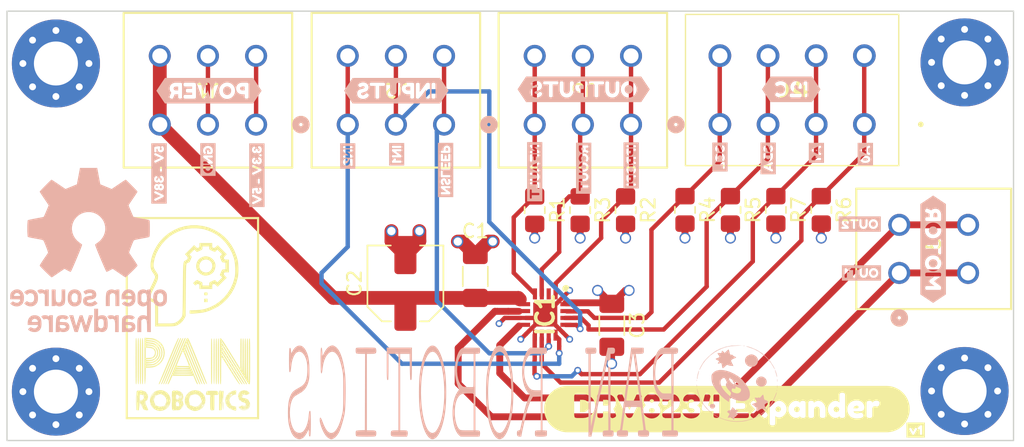
<source format=kicad_pcb>
(kicad_pcb (version 20221018) (generator pcbnew)
  (layers (0 "F.Cu" signal) (1 "In1.Cu" power "GND.Cu") (2 "In2.Cu" power "5V.Cu") (31 "B.Cu" signal) (34 "B.Paste" user) (35 "F.Paste" user) (36 "B.SilkS" user "B.Silkscreen") (37 "F.SilkS" user "F.Silkscreen") (38 "B.Mask" user) (39 "F.Mask" user) (44 "Edge.Cuts" user))
  (net 0 "")
  (net 1 "VCC")
  (net 2 "GND")
  (net 3 "+5V")
  (net 4 "IPROPI")
  (net 6 "RC_OUT")
  (net 7 "NFAULT")
  (net 8 "OUT1")
  (net 9 "OUT2")
  (net 10 "A1")
  (net 11 "A0")
  (net 12 "NSLEEP")
  (net 13 "IN2")
  (net 14 "IN1")
  (net 15 "SDA")
  (net 16 "SCL")
  (footprint "Resistor_SMD:R_0805_2012Metric_Pad1.20x1.40mm_HandSolder" (layer "F.Cu") (at 129.286 90.932 -90)
    (fp_text reference "R1" (at 0 -1.65 -90) (layer "F.SilkS"))
    (fp_text value "10K")
    (pad "1" smd roundrect (at -1 0 270) (size 1.2 1.4) (layers "F.Cu" "F.Paste" "F.Mask") (roundrect_rratio 0.208333) (net 7 "NFAULT"))
    (pad "2" smd roundrect (at 1 0 270) (size 1.2 1.4) (layers "F.Cu" "F.Paste" "F.Mask") (roundrect_rratio 0.208333) (net 3 "+5V"))
  )
  (footprint "1862055 Footprint:CONN_1862055" (layer "F.Cu") (at 129.286 79.709 180)
    (fp_text reference "J3" (at -3.500001 -2.5 180 unlocked) (layer "F.SilkS"))
    (fp_text value "CNTRL_OUT")
    (pad "1" thru_hole circle (at -7.000001 -5 180) (size 1.6002 1.6002) (drill 1.0922) (layers "*.Cu" "*.Mask") (net 4 "IPROPI"))
    (pad "2" thru_hole circle (at -7.000001 0 180) (size 1.6002 1.6002) (drill 1.0922) (layers "*.Cu" "*.Mask") (net 4 "IPROPI"))
    (pad "3" thru_hole circle (at -3.500001 -5 180) (size 1.6002 1.6002) (drill 1.0922) (layers "*.Cu" "*.Mask") (net 6 "RC_OUT"))
    (pad "4" thru_hole circle (at -3.500001 0 180) (size 1.6002 1.6002) (drill 1.0922) (layers "*.Cu" "*.Mask") (net 6 "RC_OUT"))
    (pad "5" thru_hole circle (at 0 -5 180) (size 1.6002 1.6002) (drill 1.0922) (layers "*.Cu" "*.Mask") (net 7 "NFAULT"))
    (pad "6" thru_hole circle (at 0 0 180) (size 1.6002 1.6002) (drill 1.0922) (layers "*.Cu" "*.Mask") (net 7 "NFAULT"))
  )
  (footprint "1862042 Footprint:CONN_1862042" (layer "F.Cu") (at 160.782 92.003998 90)
    (fp_text reference "J5" (at -1.75 -2.5 90 unlocked) (layer "F.SilkS"))
    (fp_text value "MOTOR")
    (pad "1" thru_hole circle (at -3.500002 -5 90) (size 1.6002 1.6002) (drill 1.0922) (layers "*.Cu" "*.Mask") (net 8 "OUT1"))
    (pad "2" thru_hole circle (at -3.500002 0 90) (size 1.6002 1.6002) (drill 1.0922) (layers "*.Cu" "*.Mask") (net 8 "OUT1"))
    (pad "3" thru_hole circle (at 0.000001 -5 90) (size 1.6002 1.6002) (drill 1.0922) (layers "*.Cu" "*.Mask") (net 9 "OUT2"))
    (pad "4" thru_hole circle (at 0.000001 0 90) (size 1.6002 1.6002) (drill 1.0922) (layers "*.Cu" "*.Mask") (net 9 "OUT2"))
  )
  (footprint "Resistor_SMD:R_0805_2012Metric_Pad1.20x1.40mm_HandSolder" (layer "F.Cu") (at 150.114 90.916 -90)
    (fp_text reference "R6" (at 0 -1.65 90) (layer "F.SilkS"))
    (fp_text value "2.2K")
    (pad "1" smd roundrect (at -1 0 270) (size 1.2 1.4) (layers "F.Cu" "F.Paste" "F.Mask") (roundrect_rratio 0.208333) (net 11 "A0"))
    (pad "2" smd roundrect (at 1 0 270) (size 1.2 1.4) (layers "F.Cu" "F.Paste" "F.Mask") (roundrect_rratio 0.208333) (net 3 "+5V"))
  )
  (footprint "Capacitor_SMD:C_Elec_5x5.8" (layer "F.Cu") (at 119.888 96.266 90)
    (fp_text reference "C2" (at 0 -3.7 90) (layer "F.SilkS"))
    (fp_text value "50uF")
    (pad "1" smd roundrect (at -2.0625 0 90) (size 2.775 1.6) (layers "F.Cu" "F.Paste" "F.Mask") (roundrect_rratio 0.15625) (net 1 "VCC"))
    (pad "2" smd roundrect (at 2.0625 0 90) (size 2.775 1.6) (layers "F.Cu" "F.Paste" "F.Mask") (roundrect_rratio 0.15625) (net 2 "GND"))
  )
  (footprint "kibuzzard-65A7039D" (layer "F.Cu") (at 156.972 106.934)
    (fp_text reference "kibuzzard-65A7039D" hide)
    (fp_text value "G***" hide)
  )
  (footprint "Resistor_SMD:R_0805_2012Metric_Pad1.20x1.40mm_HandSolder" (layer "F.Cu") (at 135.89 90.932 -90)
    (fp_text reference "R2" (at 0 -1.65 -90) (layer "F.SilkS"))
    (fp_text value "8.45K")
    (pad "1" smd roundrect (at -1 0 270) (size 1.2 1.4) (layers "F.Cu" "F.Paste" "F.Mask") (roundrect_rratio 0.208333) (net 4 "IPROPI"))
    (pad "2" smd roundrect (at 1 0 270) (size 1.2 1.4) (layers "F.Cu" "F.Paste" "F.Mask") (roundrect_rratio 0.208333) (net 2 "GND"))
  )
  (footprint "1862055 Footprint:CONN_1862055" (layer "F.Cu") (at 115.697 79.709 180)
    (fp_text reference "J2" (at -3.500001 -2.5 180 unlocked) (layer "F.SilkS"))
    (fp_text value "CNTRL_IN")
    (pad "1" thru_hole circle (at -7.000001 -5 180) (size 1.6002 1.6002) (drill 1.0922) (layers "*.Cu" "*.Mask") (net 12 "NSLEEP"))
    (pad "2" thru_hole circle (at -7.000001 0 180) (size 1.6002 1.6002) (drill 1.0922) (layers "*.Cu" "*.Mask") (net 12 "NSLEEP"))
    (pad "3" thru_hole circle (at -3.500001 -5 180) (size 1.6002 1.6002) (drill 1.0922) (layers "*.Cu" "*.Mask") (net 14 "IN1"))
    (pad "4" thru_hole circle (at -3.500001 0 180) (size 1.6002 1.6002) (drill 1.0922) (layers "*.Cu" "*.Mask") (net 14 "IN1"))
    (pad "5" thru_hole circle (at 0 -5 180) (size 1.6002 1.6002) (drill 1.0922) (layers "*.Cu" "*.Mask") (net 13 "IN2"))
    (pad "6" thru_hole circle (at 0 0 180) (size 1.6002 1.6002) (drill 1.0922) (layers "*.Cu" "*.Mask") (net 13 "IN2"))
  )
  (footprint "kibuzzard-65A7036D" (layer "F.Cu") (at 143.256 105.41)
    (fp_text reference "kibuzzard-65A7036D" hide)
    (fp_text value "G***" hide)
  )
  (footprint "1862055 Footprint:CONN_1862055" (layer "F.Cu") (at 102.036999 79.709 180)
    (fp_text reference "J1" (at -3.500001 -2.5 180 unlocked) (layer "F.SilkS"))
    (fp_text value "POWER")
    (pad "1" thru_hole circle (at -7.000001 -5 180) (size 1.6002 1.6002) (drill 1.0922) (layers "*.Cu" "*.Mask") (net 3 "+5V"))
    (pad "2" thru_hole circle (at -7.000001 0 180) (size 1.6002 1.6002) (drill 1.0922) (layers "*.Cu" "*.Mask") (net 3 "+5V"))
    (pad "3" thru_hole circle (at -3.500001 -5 180) (size 1.6002 1.6002) (drill 1.0922) (layers "*.Cu" "*.Mask") (net 2 "GND"))
    (pad "4" thru_hole circle (at -3.500001 0 180) (size 1.6002 1.6002) (drill 1.0922) (layers "*.Cu" "*.Mask") (net 2 "GND"))
    (pad "5" thru_hole circle (at 0 -5 180) (size 1.6002 1.6002) (drill 1.0922) (layers "*.Cu" "*.Mask") (net 1 "VCC"))
    (pad "6" thru_hole circle (at 0 0 180) (size 1.6002 1.6002) (drill 1.0922) (layers "*.Cu" "*.Mask") (net 1 "VCC"))
  )
  (footprint "MountingHole:MountingHole_3.2mm_M3_Pad_Via" (layer "F.Cu") (at 160.528 80.183056)
    (fp_text reference "H2" hide)
    (fp_text value "MountingHole")
    (pad "1" thru_hole circle (at -2.4 0) (size 0.8 0.8) (drill 0.5) (layers "*.Cu" "*.Mask"))
    (pad "1" thru_hole circle (at -1.697056 -1.697056) (size 0.8 0.8) (drill 0.5) (layers "*.Cu" "*.Mask"))
    (pad "1" thru_hole circle (at -1.697056 1.697056) (size 0.8 0.8) (drill 0.5) (layers "*.Cu" "*.Mask"))
    (pad "1" thru_hole circle (at 0 -2.4) (size 0.8 0.8) (drill 0.5) (layers "*.Cu" "*.Mask"))
    (pad "1" thru_hole circle (at 0 0) (size 6.4 6.4) (drill 3.2) (layers "*.Cu" "*.Mask"))
    (pad "1" thru_hole circle (at 0 2.4) (size 0.8 0.8) (drill 0.5) (layers "*.Cu" "*.Mask"))
    (pad "1" thru_hole circle (at 1.697056 -1.697056) (size 0.8 0.8) (drill 0.5) (layers "*.Cu" "*.Mask"))
    (pad "1" thru_hole circle (at 1.697056 1.697056) (size 0.8 0.8) (drill 0.5) (layers "*.Cu" "*.Mask"))
    (pad "1" thru_hole circle (at 2.4 0) (size 0.8 0.8) (drill 0.5) (layers "*.Cu" "*.Mask"))
  )
  (footprint "DRV8234 Footprint:QFN50P300X300X80-17N-D" (layer "F.Cu") (at 130.052 98.528 -90)
    (fp_text reference "IC1" (at 0 0 90) (layer "F.SilkS") (effects (font (size 1.27 1.27) (thickness 0.254))))
    (fp_text value "DRV8234RTER" hide)
    (pad "1" smd rect (at -1.5 -0.75) (size 0.3 0.8) (layers "F.Cu" "F.Paste" "F.Mask") (net 4 "IPROPI"))
    (pad "2" smd rect (at -1.5 -0.25) (size 0.3 0.8) (layers "F.Cu" "F.Paste" "F.Mask"))
    (pad "3" smd rect (at -1.5 0.25) (size 0.3 0.8) (layers "F.Cu" "F.Paste" "F.Mask") (net 6 "RC_OUT"))
    (pad "4" smd rect (at -1.5 0.75) (size 0.3 0.8) (layers "F.Cu" "F.Paste" "F.Mask") (net 7 "NFAULT"))
    (pad "5" smd rect (at -0.75 1.5 270) (size 0.3 0.8) (layers "F.Cu" "F.Paste" "F.Mask") (net 1 "VCC"))
    (pad "6" smd rect (at -0.25 1.5 270) (size 0.3 0.8) (layers "F.Cu" "F.Paste" "F.Mask") (net 8 "OUT1"))
    (pad "7" smd rect (at 0.25 1.5 270) (size 0.3 0.8) (layers "F.Cu" "F.Paste" "F.Mask") (net 2 "GND"))
    (pad "8" smd rect (at 0.75 1.5 270) (size 0.3 0.8) (layers "F.Cu" "F.Paste" "F.Mask") (net 9 "OUT2"))
    (pad "9" smd rect (at 1.5 0.75) (size 0.3 0.8) (layers "F.Cu" "F.Paste" "F.Mask") (net 10 "A1"))
    (pad "10" smd rect (at 1.5 0.25) (size 0.3 0.8) (layers "F.Cu" "F.Paste" "F.Mask") (net 11 "A0"))
    (pad "11" smd rect (at 1.5 -0.25) (size 0.3 0.8) (layers "F.Cu" "F.Paste" "F.Mask") (net 12 "NSLEEP"))
    (pad "12" smd rect (at 1.5 -0.75) (size 0.3 0.8) (layers "F.Cu" "F.Paste" "F.Mask") (net 13 "IN2"))
    (pad "13" smd rect (at 0.75 -1.5 270) (size 0.3 0.8) (layers "F.Cu" "F.Paste" "F.Mask") (net 14 "IN1"))
    (pad "14" smd rect (at 0.25 -1.5 270) (size 0.3 0.8) (layers "F.Cu" "F.Paste" "F.Mask") (net 15 "SDA"))
    (pad "15" smd rect (at -0.25 -1.5 270) (size 0.3 0.8) (layers "F.Cu" "F.Paste" "F.Mask") (net 16 "SCL"))
    (pad "16" smd rect (at -0.75 -1.5 270) (size 0.3 0.8) (layers "F.Cu" "F.Paste" "F.Mask") (net 3 "+5V"))
    (pad "17" smd rect (at 0 0 270) (size 1.75 1.75) (layers "F.Cu" "F.Paste" "F.Mask") (net 2 "GND"))
  )
  (footprint "MountingHole:MountingHole_3.2mm_M3_Pad_Via" (layer "F.Cu") (at 94.488 104.14)
    (fp_text reference "H3" hide)
    (fp_text value "MountingHole")
    (pad "1" thru_hole circle (at -2.4 0) (size 0.8 0.8) (drill 0.5) (layers "*.Cu" "*.Mask"))
    (pad "1" thru_hole circle (at -1.697056 -1.697056) (size 0.8 0.8) (drill 0.5) (layers "*.Cu" "*.Mask"))
    (pad "1" thru_hole circle (at -1.697056 1.697056) (size 0.8 0.8) (drill 0.5) (layers "*.Cu" "*.Mask"))
    (pad "1" thru_hole circle (at 0 -2.4) (size 0.8 0.8) (drill 0.5) (layers "*.Cu" "*.Mask"))
    (pad "1" thru_hole circle (at 0 0) (size 6.4 6.4) (drill 3.2) (layers "*.Cu" "*.Mask"))
    (pad "1" thru_hole circle (at 0 2.4) (size 0.8 0.8) (drill 0.5) (layers "*.Cu" "*.Mask"))
    (pad "1" thru_hole circle (at 1.697056 -1.697056) (size 0.8 0.8) (drill 0.5) (layers "*.Cu" "*.Mask"))
    (pad "1" thru_hole circle (at 1.697056 1.697056) (size 0.8 0.8) (drill 0.5) (layers "*.Cu" "*.Mask"))
    (pad "1" thru_hole circle (at 2.4 0) (size 0.8 0.8) (drill 0.5) (layers "*.Cu" "*.Mask"))
  )
  (footprint "Resistor_SMD:R_0805_2012Metric_Pad1.20x1.40mm_HandSolder" (layer "F.Cu") (at 140.208 90.916 -90)
    (fp_text reference "R4" (at 0 -1.65 90) (layer "F.SilkS"))
    (fp_text value "2.2K")
    (pad "1" smd roundrect (at -1 0 270) (size 1.2 1.4) (layers "F.Cu" "F.Paste" "F.Mask") (roundrect_rratio 0.208333) (net 16 "SCL"))
    (pad "2" smd roundrect (at 1 0 270) (size 1.2 1.4) (layers "F.Cu" "F.Paste" "F.Mask") (roundrect_rratio 0.208333) (net 3 "+5V"))
  )
  (footprint "Resistor_SMD:R_0805_2012Metric_Pad1.20x1.40mm_HandSolder" (layer "F.Cu") (at 143.51 90.916 -90)
    (fp_text reference "R5" (at 0 -1.65 90) (layer "F.SilkS"))
    (fp_text value "2.2K")
    (pad "1" smd roundrect (at -1 0 270) (size 1.2 1.4) (layers "F.Cu" "F.Paste" "F.Mask") (roundrect_rratio 0.208333) (net 15 "SDA"))
    (pad "2" smd roundrect (at 1 0 270) (size 1.2 1.4) (layers "F.Cu" "F.Paste" "F.Mask") (roundrect_rratio 0.208333) (net 3 "+5V"))
  )
  (footprint "Resistor_SMD:R_0805_2012Metric_Pad1.20x1.40mm_HandSolder" (layer "F.Cu") (at 146.812 90.916 -90)
    (fp_text reference "R7" (at 0 -1.65 90) (layer "F.SilkS"))
    (fp_text value "2.2K")
    (pad "1" smd roundrect (at -1 0 270) (size 1.2 1.4) (layers "F.Cu" "F.Paste" "F.Mask") (roundrect_rratio 0.208333) (net 10 "A1"))
    (pad "2" smd roundrect (at 1 0 270) (size 1.2 1.4) (layers "F.Cu" "F.Paste" "F.Mask") (roundrect_rratio 0.208333) (net 3 "+5V"))
  )
  (footprint "Logos:Pan-Robotics2-Logo2" (layer "F.Cu") (at 104.394 98.806)
    (fp_text reference "G***")
    (fp_text value "LOGO" hide)
  )
  (footprint "Resistor_SMD:R_0805_2012Metric_Pad1.20x1.40mm_HandSolder" (layer "F.Cu") (at 132.588 90.932 -90)
    (fp_text reference "R3" (at 0 -1.65 90) (layer "F.SilkS"))
    (fp_text value "10K")
    (pad "1" smd roundrect (at -1 0 270) (size 1.2 1.4) (layers "F.Cu" "F.Paste" "F.Mask") (roundrect_rratio 0.208333) (net 6 "RC_OUT"))
    (pad "2" smd roundrect (at 1 0 270) (size 1.2 1.4) (layers "F.Cu" "F.Paste" "F.Mask") (roundrect_rratio 0.208333) (net 3 "+5V"))
  )
  (footprint "Capacitor_SMD:C_1206_3216Metric_Pad1.33x1.80mm_HandSolder" (layer "F.Cu") (at 134.89 99.314 -90)
    (fp_text reference "C3" (at 0 -1.85 90) (layer "F.SilkS"))
    (fp_text value "100nF")
    (pad "1" smd roundrect (at -1.5625 0 270) (size 1.325 1.8) (layers "F.Cu" "F.Paste" "F.Mask") (roundrect_rratio 0.188679) (net 3 "+5V"))
    (pad "2" smd roundrect (at 1.5625 0 270) (size 1.325 1.8) (layers "F.Cu" "F.Paste" "F.Mask") (roundrect_rratio 0.188679) (net 2 "GND"))
  )
  (footprint "Capacitor_SMD:C_1206_3216Metric_Pad1.33x1.80mm_HandSolder" (layer "F.Cu") (at 124.968 95.758 90)
    (fp_text reference "C1" (at 3.302 0 180) (layer "F.SilkS"))
    (fp_text value "100nF")
    (pad "1" smd roundrect (at -1.5625 0 90) (size 1.325 1.8) (layers "F.Cu" "F.Paste" "F.Mask") (roundrect_rratio 0.188679) (net 1 "VCC"))
    (pad "2" smd roundrect (at 1.5625 0 90) (size 1.325 1.8) (layers "F.Cu" "F.Paste" "F.Mask") (roundrect_rratio 0.188679) (net 2 "GND"))
  )
  (footprint "1862068 Footprint:1862068" (layer "F.Cu") (at 153.244 84.6944 180)
    (fp_text reference "J4" (at 5.162 2.5) (layer "F.SilkS") (effects (font (size 1.27 1.27) (thickness 0.254))))
    (fp_text value "I2C" hide)
    (pad "1" thru_hole circle (at 0 0 180) (size 1.65 1.65) (drill 1.1) (layers "*.Cu" "*.Mask") (net 11 "A0"))
    (pad "2" thru_hole circle (at 0 5 180) (size 1.65 1.65) (drill 1.1) (layers "*.Cu" "*.Mask") (net 11 "A0"))
    (pad "3" thru_hole circle (at 3.5 0 180) (size 1.65 1.65) (drill 1.1) (layers "*.Cu" "*.Mask") (net 10 "A1"))
    (pad "4" thru_hole circle (at 3.5 5 180) (size 1.65 1.65) (drill 1.1) (layers "*.Cu" "*.Mask") (net 10 "A1"))
    (pad "5" thru_hole circle (at 7 0 180) (size 1.65 1.65) (drill 1.1) (layers "*.Cu" "*.Mask") (net 15 "SDA"))
    (pad "6" thru_hole circle (at 7 5 180) (size 1.65 1.65) (drill 1.1) (layers "*.Cu" "*.Mask") (net 15 "SDA"))
    (pad "7" thru_hole circle (at 10.5 0 180) (size 1.65 1.65) (drill 1.1) (layers "*.Cu" "*.Mask") (net 16 "SCL"))
    (pad "8" thru_hole circle (at 10.5 5 180) (size 1.65 1.65) (drill 1.1) (layers "*.Cu" "*.Mask") (net 16 "SCL"))
  )
  (footprint "MountingHole:MountingHole_3.2mm_M3_Pad_Via" (layer "F.Cu") (at 94.488 80.264)
    (fp_text reference "H1" hide)
    (fp_text value "MountingHole")
    (pad "1" thru_hole circle (at -2.4 0) (size 0.8 0.8) (drill 0.5) (layers "*.Cu" "*.Mask"))
    (pad "1" thru_hole circle (at -1.697056 -1.697056) (size 0.8 0.8) (drill 0.5) (layers "*.Cu" "*.Mask"))
    (pad "1" thru_hole circle (at -1.697056 1.697056) (size 0.8 0.8) (drill 0.5) (layers "*.Cu" "*.Mask"))
    (pad "1" thru_hole circle (at 0 -2.4) (size 0.8 0.8) (drill 0.5) (layers "*.Cu" "*.Mask"))
    (pad "1" thru_hole circle (at 0 0) (size 6.4 6.4) (drill 3.2) (layers "*.Cu" "*.Mask"))
    (pad "1" thru_hole circle (at 0 2.4) (size 0.8 0.8) (drill 0.5) (layers "*.Cu" "*.Mask"))
    (pad "1" thru_hole circle (at 1.697056 -1.697056) (size 0.8 0.8) (drill 0.5) (layers "*.Cu" "*.Mask"))
    (pad "1" thru_hole circle (at 1.697056 1.697056) (size 0.8 0.8) (drill 0.5) (layers "*.Cu" "*.Mask"))
    (pad "1" thru_hole circle (at 2.4 0) (size 0.8 0.8) (drill 0.5) (layers "*.Cu" "*.Mask"))
  )
  (footprint "MountingHole:MountingHole_3.2mm_M3_Pad_Via" (layer "F.Cu") (at 160.528 104.093944)
    (fp_text reference "H4" hide)
    (fp_text value "MountingHole")
    (pad "1" thru_hole circle (at -2.4 0) (size 0.8 0.8) (drill 0.5) (layers "*.Cu" "*.Mask"))
    (pad "1" thru_hole circle (at -1.697056 -1.697056) (size 0.8 0.8) (drill 0.5) (layers "*.Cu" "*.Mask"))
    (pad "1" thru_hole circle (at -1.697056 1.697056) (size 0.8 0.8) (drill 0.5) (layers "*.Cu" "*.Mask"))
    (pad "1" thru_hole circle (at 0 -2.4) (size 0.8 0.8) (drill 0.5) (layers "*.Cu" "*.Mask"))
    (pad "1" thru_hole circle (at 0 0) (size 6.4 6.4) (drill 3.2) (layers "*.Cu" "*.Mask"))
    (pad "1" thru_hole circle (at 0 2.4) (size 0.8 0.8) (drill 0.5) (layers "*.Cu" "*.Mask"))
    (pad "1" thru_hole circle (at 1.697056 -1.697056) (size 0.8 0.8) (drill 0.5) (layers "*.Cu" "*.Mask"))
    (pad "1" thru_hole circle (at 1.697056 1.697056) (size 0.8 0.8) (drill 0.5) (layers "*.Cu" "*.Mask"))
    (pad "1" thru_hole circle (at 2.4 0) (size 0.8 0.8) (drill 0.5) (layers "*.Cu" "*.Mask"))
  )
  (footprint "kibuzzard-65A6FFBA" (layer "B.Cu") (at 147.9296 82.1436 180)
    (fp_text reference "kibuzzard-65A6FFBA" hide)
    (fp_text value "G***" hide)
  )
  (footprint "kibuzzard-65A6FD21" (layer "B.Cu") (at 149.7584 86.7664 -90)
    (fp_text reference "kibuzzard-65A6FD21" hide)
    (fp_text value "G***" hide)
  )
  (footprint "kibuzzard-65A6FFF9" (layer "B.Cu") (at 119.2276 82.2452 180)
    (fp_text reference "kibuzzard-65A6FFF9" hide)
    (fp_text value "G***" hide)
  )
  (footprint "kibuzzard-65A70003" (layer "B.Cu") (at 132.842 82.1436 180)
    (fp_text reference "kibuzzard-65A70003" hide)
    (fp_text value "G***" hide)
  )
  (footprint "kibuzzard-65A6FCD9" (layer "B.Cu") (at 115.697 86.995 -90)
    (fp_text reference "kibuzzard-65A6FCD9" hide)
    (fp_text value "G***" hide)
  )
  (footprint "kibuzzard-65A6FD36" (layer "B.Cu") (at 153.035 95.504 180)
    (fp_text reference "kibuzzard-65A6FD36" hide)
    (fp_text value "G***" hide)
  )
  (footprint "kibuzzard-65A6FCCE" (layer "B.Cu") (at 122.809 88.011 90)
    (fp_text reference "kibuzzard-65A6FCCE" hide)
    (fp_text value "G***" hide)
  )
  (footprint "kibuzzard-65A6FCF1" (layer "B.Cu") (at 132.842 87.884 -90)
    (fp_text reference "kibuzzard-65A6FCF1" hide)
    (fp_text value "G***" hide)
  )
  (footprint "kibuzzard-65A6FC0C" (layer "B.Cu") (at 105.537 87.249 -90)
    (fp_text reference "kibuzzard-65A6FC0C" hide)
    (fp_text value "G***" hide)
  )
  (footprint "kibuzzard-65A7001B" (layer "B.Cu") (at 158.242 93.7768 90)
    (fp_text reference "kibuzzard-65A7001B" hide)
    (fp_text value "G***" hide)
  )
  (footprint "kibuzzard-65A6FD28" (layer "B.Cu") (at 153.3144 86.868 -90)
    (fp_text reference "kibuzzard-65A6FD28" hide)
    (fp_text value "G***" hide)
  )
  (footprint "kibuzzard-65A7000E" (layer "B.Cu") (at 105.6132 82.2452 180)
    (fp_text reference "kibuzzard-65A7000E" hide)
    (fp_text value "G***" hide)
  )
  (footprint "kibuzzard-65A6FC26" (layer "B.Cu") (at 101.981 88.265 -90)
    (fp_text reference "kibuzzard-65A6FC26" hide)
    (fp_text value "G***" hide)
  )
  (footprint "kibuzzard-65A6FCAC" (layer "B.Cu") (at 119.253 86.868 -90)
    (fp_text reference "kibuzzard-65A6FCAC" hide)
    (fp_text value "G***" hide)
  )
  (footprint "kibuzzard-65A6FC4F" (layer "B.Cu") (at 109.093 88.392 -90)
    (fp_text reference "kibuzzard-65A6FC4F" hide)
    (fp_text value "G***" hide)
  )
  (footprint "kibuzzard-65A6FD3E" (layer "B.Cu") (at 152.908 91.948 180)
    (fp_text reference "kibuzzard-65A6FD3E" hide)
    (fp_text value "G***" hide)
  )
  (footprint "kibuzzard-65A6FCE2" (layer "B.Cu") (at 129.286 88.138 -90)
    (fp_text reference "kibuzzard-65A6FCE2" hide)
    (fp_text value "G***" hide)
  )
  (footprint "Symbol:OSHW-Logo_11.4x12mm_SilkScreen" (layer "B.Cu") (at 96.8756 93.8276 180)
    (fp_text reference "REF**" hide)
    (fp_text value "OSHW-Logo_11.4x12mm_SilkScreen" hide)
  )
  (footprint "kibuzzard-65A6FD04" (layer "B.Cu") (at 136.2964 87.6808 -90)
    (fp_text reference "kibuzzard-65A6FD04" hide)
    (fp_text value "G***" hide)
  )
  (footprint "kibuzzard-65A6FD0F" (layer "B.Cu") (at 142.748 87.0712 -90)
    (fp_text reference "kibuzzard-65A6FD0F" hide)
    (fp_text value "G***" hide)
  )
  (footprint "Logos:Pan-Robotics-Logo7" (layer "B.Cu") (at 129.1336 104.14 180)
    (fp_text reference "G***" hide)
    (fp_text value "LOGO" hide)
  )
  (footprint "kibuzzard-65A6FD18" (layer "B.Cu") (at 146.2532 87.1728 -90)
    (fp_text reference "kibuzzard-65A6FD18" hide)
    (fp_text value "G***" hide)
  )
  (gr_rect (start 90.932 76.454) (end 164.084 107.696) (stroke (width 0.1)) (fill none) (layer "Edge.Cuts"))
  (segment (start 131.191 97.409) (end 130.937 97.663) (width 0.32) (layer "F.Cu") (net 0))
  (segment (start 131.064 100.33) (end 130.81 100.076) (width 0.32) (layer "F.Cu") (net 0))
  (segment (start 131.826 100.33) (end 131.572 100.076) (width 0.32) (layer "F.Cu") (net 0))
  (segment (start 128.905 99.695) (end 128.651 99.949) (width 0.32) (layer "F.Cu") (net 0))
  (segment (start 131.699 96.901) (end 131.445 97.155) (width 0.32) (layer "F.Cu") (net 0))
  (segment (start 128.651 99.949) (end 128.397 100.203) (width 0.32) (layer "F.Cu") (net 0))
  (segment (start 131.445 97.155) (end 131.191 97.409) (width 0.32) (layer "F.Cu") (net 0))
  (segment (start 131.318 99.822) (end 131.064 99.568) (width 0.32) (layer "F.Cu") (net 0))
  (segment (start 131.064 99.568) (end 130.81 99.314) (width 0.32) (layer "F.Cu") (net 0))
  (segment (start 130.937 97.663) (end 130.683 97.917) (width 0.32) (layer "F.Cu") (net 0))
  (segment (start 131.572 100.076) (end 131.318 99.822) (width 0.32) (layer "F.Cu") (net 0))
  (segment (start 129.413 99.187) (end 129.159 99.441) (width 0.32) (layer "F.Cu") (net 0))
  (segment (start 129.159 99.441) (end 128.905 99.695) (width 0.32) (layer "F.Cu") (net 0))
  (segment (start 114.648499 97.3205) (end 124.968 97.3205) (width 1) (layer "F.Cu") (net 1))
  (segment (start 124.968 97.3205) (end 128.0945 97.3205) (width 1) (layer "F.Cu") (net 1))
  (segment (start 128.0945 97.3205) (end 128.202 97.428) (width 1) (layer "F.Cu") (net 1))
  (segment (start 102.036999 79.709) (end 102.036999 84.709) (width 1) (layer "F.Cu") (net 1))
  (segment (start 102.036999 84.709) (end 114.648499 97.3205) (width 1) (layer "F.Cu") (net 1))
  (segment (start 120.904 92.456) (end 120.904 93.1875) (width 1) (layer "F.Cu") (net 2))
  (segment (start 135.89 92.964) (end 135.89 91.932) (width 0.5) (layer "F.Cu") (net 2))
  (segment (start 134.874 100.8925) (end 134.89 100.8765) (width 0.5) (layer "F.Cu") (net 2))
  (segment (start 123.9905 93.218) (end 124.968 94.1955) (width 1) (layer "F.Cu") (net 2))
  (segment (start 125.9455 93.218) (end 124.968 94.1955) (width 1) (layer "F.Cu") (net 2))
  (segment (start 126.6952 99.1866) (end 127.1012 98.7806) (width 0.32) (layer "F.Cu") (net 2))
  (segment (start 118.872 92.456) (end 118.872 93.1875) (width 1) (layer "F.Cu") (net 2))
  (segment (start 118.872 93.1875) (end 119.888 94.2035) (width 1) (layer "F.Cu") (net 2))
  (segment (start 123.698 93.218) (end 123.9905 93.218) (width 1) (layer "F.Cu") (net 2))
  (segment (start 105.537 79.709) (end 105.537 84.709) (width 0.32) (layer "F.Cu") (net 2))
  (segment (start 127.2286 98.7806) (end 128.2446 98.7806) (width 0.32) (layer "F.Cu") (net 2))
  (segment (start 120.904 93.1875) (end 119.888 94.2035) (width 1) (layer "F.Cu") (net 2))
  (segment (start 128.651 98.7806) (end 129.413 98.7806) (width 0.32) (layer "F.Cu") (net 2))
  (segment (start 127.1012 98.7806) (end 127.2286 98.7806) (width 0.32) (layer "F.Cu") (net 2))
  (segment (start 126.238 93.218) (end 125.9455 93.218) (width 1) (layer "F.Cu") (net 2))
  (segment (start 134.874 102.108) (end 134.874 100.8925) (width 0.5) (layer "F.Cu") (net 2))
  (via (at 131.826 100.33) (size 0.5) (drill 0.3) (layers "F.Cu" "B.Cu") (net 2))
  (via (at 123.698 93.218) (size 0.8) (drill 0.6) (layers "F.Cu" "B.Cu") (net 2))
  (via (at 135.89 92.964) (size 0.8) (drill 0.6) (layers "F.Cu" "B.Cu") (net 2))
  (via (at 128.27 100.33) (size 0.5) (drill 0.3) (layers "F.Cu" "B.Cu") (net 2))
  (via (at 126.238 93.218) (size 0.8) (drill 0.6) (layers "F.Cu" "B.Cu") (net 2))
  (via (at 134.874 102.108) (size 0.8) (drill 0.6) (layers "F.Cu" "B.Cu") (net 2))
  (via (at 120.904 92.456) (size 0.8) (drill 0.6) (layers "F.Cu" "B.Cu") (net 2))
  (via (at 126.6952 99.1866) (size 0.5) (drill 0.3) (layers "F.Cu" "B.Cu") (net 2))
  (via (at 118.872 92.456) (size 0.8) (drill 0.6) (layers "F.Cu" "B.Cu") (net 2))
  (via (at 131.826 96.774) (size 0.5) (drill 0.3) (layers "F.Cu" "B.Cu") (net 2))
  (segment (start 129.286 92.964) (end 129.286 91.932) (width 0.5) (layer "F.Cu") (net 3))
  (segment (start 136.144 96.774) (end 135.8675 96.774) (width 0.5) (layer "F.Cu") (net 3))
  (segment (start 135.8675 96.774) (end 134.89 97.7515) (width 0.5) (layer "F.Cu") (net 3))
  (segment (start 140.208 92.964) (end 140.208 91.916) (width 0.5) (layer "F.Cu") (net 3))
  (segment (start 143.51 92.964) (end 143.51 91.916) (width 0.5) (layer "F.Cu") (net 3))
  (segment (start 134.8165 97.678) (end 131.552 97.678) (width 0.5) (layer "F.Cu") (net 3))
  (segment (start 133.858 96.774) (end 133.9125 96.774) (width 0.5) (layer "F.Cu") (net 3))
  (segment (start 109.037 79.709) (end 109.037 84.709) (width 0.32) (layer "F.Cu") (net 3))
  (segment (start 134.89 97.7515) (end 134.8165 97.678) (width 0.5) (layer "F.Cu") (net 3))
  (segment (start 150.114 92.964) (end 150.114 91.916) (width 0.5) (layer "F.Cu") (net 3))
  (segment (start 146.812 92.964) (end 146.812 91.916) (width 0.5) (layer "F.Cu") (net 3))
  (segment (start 132.588 92.964) (end 132.588 91.932) (width 0.5) (layer "F.Cu") (net 3))
  (segment (start 133.9125 96.774) (end 134.89 97.7515) (width 0.5) (layer "F.Cu") (net 3))
  (via (at 129.286 92.964) (size 0.8) (drill 0.6) (layers "F.Cu" "B.Cu") (net 3))
  (via (at 136.144 96.774) (size 0.8) (drill 0.6) (layers "F.Cu" "B.Cu") (net 3))
  (via (at 133.858 96.774) (size 0.8) (drill 0.6) (layers "F.Cu" "B.Cu") (net 3))
  (via (at 132.588 92.964) (size 0.8) (drill 0.6) (layers "F.Cu" "B.Cu") (net 3))
  (via (at 150.114 92.964) (size 0.8) (drill 0.6) (layers "F.Cu" "B.Cu") (net 3))
  (via (at 143.51 92.964) (size 0.8) (drill 0.6) (layers "F.Cu" "B.Cu") (net 3))
  (via (at 146.812 92.964) (size 0.8) (drill 0.6) (layers "F.Cu" "B.Cu") (net 3))
  (via (at 140.208 92.964) (size 0.8) (drill 0.6) (layers "F.Cu" "B.Cu") (net 3))
  (segment (start 130.812 96.264) (end 130.812 97.028) (width 0.32) (layer "F.Cu") (net 4))
  (segment (start 136.286001 84.709) (end 136.286001 79.709) (width 0.32) (layer "F.Cu") (net 4))
  (segment (start 136.286001 89.535999) (end 135.89 89.932) (width 0.32) (layer "F.Cu") (net 4))
  (segment (start 136.286001 84.709) (end 136.286001 89.535999) (width 0.32) (layer "F.Cu") (net 4))
  (segment (start 134.112 92.964) (end 130.812 96.264) (width 0.32) (layer "F.Cu") (net 4))
  (segment (start 135.89 89.932) (end 134.112 91.71) (width 0.32) (layer "F.Cu") (net 4))
  (segment (start 134.112 91.71) (end 134.112 92.964) (width 0.32) (layer "F.Cu") (net 4))
  (segment (start 132.588 89.932) (end 132.588 84.907001) (width 0.32) (layer "F.Cu") (net 6))
  (segment (start 129.794 95.25) (end 131.064 93.98) (width 0.32) (layer "F.Cu") (net 6))
  (segment (start 131.064 90.678) (end 131.81 89.932) (width 0.32) (layer "F.Cu") (net 6))
  (segment (start 131.81 89.932) (end 132.588 89.932) (width 0.32) (layer "F.Cu") (net 6))
  (segment (start 129.794 97.155) (end 129.794 95.25) (width 0.32) (layer "F.Cu") (net 6))
  (segment (start 131.064 93.98) (end 131.064 90.678) (width 0.32) (layer "F.Cu") (net 6))
  (segment (start 132.786001 84.709) (end 132.786001 79.709) (width 0.32) (layer "F.Cu") (net 6))
  (segment (start 132.588 84.907001) (end 132.786001 84.709) (width 0.32) (layer "F.Cu") (net 6))
  (segment (start 127.762 91.456) (end 127.762 95.498) (width 0.32) (layer "F.Cu") (net 7))
  (segment (start 129.286 89.932) (end 127.762 91.456) (width 0.32) (layer "F.Cu") (net 7))
  (segment (start 129.286 89.932) (end 129.286 79.709) (width 0.32) (layer "F.Cu") (net 7))
  (segment (start 127.762 95.498) (end 129.292 97.028) (width 0.32) (layer "F.Cu") (net 7))
  (segment (start 126.3904 98.298) (end 126.538024 98.298) (width 0.5) (layer "F.Cu") (net 8))
  (segment (start 127.381 98.298) (end 128.143 98.298) (width 0.5) (layer "F.Cu") (net 8))
  (segment (start 155.782 95.504) (end 145.3172 105.9688) (width 0.5) (layer "F.Cu") (net 8))
  (segment (start 126.1364 105.9688) (end 123.7234 103.5558) (width 0.5) (layer "F.Cu") (net 8))
  (segment (start 123.7234 100.965) (end 126.3904 98.298) (width 0.5) (layer "F.Cu") (net 8))
  (segment (start 123.7234 103.5558) (end 123.7234 100.965) (width 0.5) (layer "F.Cu") (net 8))
  (segment (start 126.5936 98.298) (end 127.3556 98.298) (width 0.5) (layer "F.Cu") (net 8))
  (segment (start 145.3172 105.9688) (end 126.1364 105.9688) (width 0.5) (layer "F.Cu") (net 8))
  (segment (start 160.782 95.504) (end 155.782 95.504) (width 0.5) (layer "F.Cu") (net 8))
  (segment (start 155.782 92.003997) (end 160.782 92.003997) (width 0.5) (layer "F.Cu") (net 9))
  (segment (start 128.5494 104.5972) (end 143.188797 104.5972) (width 0.5) (layer "F.Cu") (net 9))
  (segment (start 126.746 102.7938) (end 128.5494 104.5972) (width 0.5) (layer "F.Cu") (net 9))
  (segment (start 143.188797 104.5972) (end 155.782 92.003997) (width 0.5) (layer "F.Cu") (net 9))
  (segment (start 128.1483 99.3595) (end 126.746 100.7618) (width 0.5) (layer "F.Cu") (net 9))
  (segment (start 126.746 100.7618) (end 126.746 102.7938) (width 0.5) (layer "F.Cu") (net 9))
  (segment (start 129.274 102.858) (end 129.274 101.892608) (width 0.32) (layer "F.Cu") (net 10))
  (segment (start 132.6876 102.868) (end 132.461 102.6414) (width 0.32) (layer "F.Cu") (net 10))
  (segment (start 136.9334 102.868) (end 132.6876 102.868) (width 0.32) (layer "F.Cu") (net 10))
  (segment (start 149.733 84.535) (end 149.733 79.535) (width 0.32) (layer "F.Cu") (net 10))
  (segment (start 132.4102 102.5906) (end 132.461 102.6414) (width 0.32) (layer "F.Cu") (net 10))
  (segment (start 129.4384 103.0224) (end 129.274 102.858) (width 0.32) (layer "F.Cu") (net 10))
  (segment (start 129.286 101.8159) (end 129.286 100.0125) (width 0.32) (layer "F.Cu") (net 10))
  (segment (start 145.1356 94.6658) (end 136.9334 102.868) (width 0.32) (layer "F.Cu") (net 10))
  (segment (start 146.812 89.916) (end 145.1356 91.5924) (width 0.32) (layer "F.Cu") (net 10))
  (segment (start 149.733 86.995) (end 146.812 89.916) (width 0.32) (layer "F.Cu") (net 10))
  (segment (start 145.1356 91.5924) (end 145.1356 94.6658) (width 0.32) (layer "F.Cu") (net 10))
  (segment (start 149.733 84.535) (end 149.733 86.995) (width 0.32) (layer "F.Cu") (net 10))
  (via (at 129.4384 103.0224) (size 0.5) (drill 0.3) (layers "F.Cu" "B.Cu") (net 10))
  (via (at 132.4102 102.5906) (size 0.5) (drill 0.3) (layers "F.Cu" "B.Cu") (net 10))
  (segment (start 129.4384 103.0224) (end 129.4384 102.9716) (width 0.32) (layer "B.Cu") (net 10))
  (segment (start 131.9784 103.0224) (end 129.4384 103.0224) (width 0.32) (layer "B.Cu") (net 10))
  (segment (start 132.4102 102.5906) (end 131.9784 103.0224) (width 0.32) (layer "B.Cu") (net 10))
  (segment (start 150.114 89.916) (end 149.054 90.976) (width 0.32) (layer "F.Cu") (net 11))
  (segment (start 149.054 90.976) (end 149.054 91.0014) (width 0.32) (layer "F.Cu") (net 11))
  (segment (start 131.1656 103.4796) (end 129.794 102.108) (width 0.32) (layer "F.Cu") (net 11))
  (segment (start 149.054 91.0014) (end 148.6662 91.3892) (width 0.32) (layer "F.Cu") (net 11))
  (segment (start 153.233 84.535) (end 153.233 86.797) (width 0.32) (layer "F.Cu") (net 11))
  (segment (start 129.794 101.2825) (end 129.794 100.7491) (width 0.32) (layer "F.Cu") (net 11))
  (segment (start 129.794 102.108) (end 129.794 101.2825) (width 0.32) (layer "F.Cu") (net 11))
  (segment (start 153.233 86.797) (end 150.114 89.916) (width 0.32) (layer "F.Cu") (net 11))
  (segment (start 153.233 84.535) (end 153.233 79.535) (width 0.32) (layer "F.Cu") (net 11))
  (segment (start 129.794 100.7491) (end 129.794 100.2157) (width 0.32) (layer "F.Cu") (net 11))
  (segment (start 148.6662 91.3892) (end 148.6662 93.1418) (width 0.32) (layer "F.Cu") (net 11))
  (segment (start 148.6662 93.1418) (end 138.3284 103.4796) (width 0.32) (layer "F.Cu") (net 11))
  (segment (start 138.3284 103.4796) (end 131.1656 103.4796) (width 0.32) (layer "F.Cu") (net 11))
  (segment (start 130.302 100.33) (end 130.302 100.838) (width 0.32) (layer "F.Cu") (net 12))
  (segment (start 122.697001 79.709) (end 122.697001 84.709) (width 0.32) (layer "F.Cu") (net 12))
  (via (at 130.302 100.838) (size 0.5) (drill 0.3) (layers "F.Cu" "B.Cu") (net 12))
  (segment (start 125.984 101.346) (end 129.794 101.346) (width 0.32) (layer "B.Cu") (net 12))
  (segment (start 122.174 85.232001) (end 122.174 97.536) (width 0.32) (layer "B.Cu") (net 12))
  (segment (start 122.174 97.536) (end 125.984 101.346) (width 0.32) (layer "B.Cu") (net 12))
  (segment (start 129.794 101.346) (end 130.302 100.838) (width 0.32) (layer "B.Cu") (net 12))
  (segment (start 122.697001 84.709) (end 122.174 85.232001) (width 0.32) (layer "B.Cu") (net 12))
  (segment (start 131.064 100.838) (end 131.064 100.33) (width 0.32) (layer "F.Cu") (net 13))
  (segment (start 115.697 79.709) (end 115.697 84.709) (width 0.32) (layer "F.Cu") (net 13))
  (segment (start 131.064 101.346) (end 131.064 100.838) (width 0.32) (layer "F.Cu") (net 13))
  (via (at 131.064 101.346) (size 0.5) (drill 0.3) (layers "F.Cu" "B.Cu") (net 13))
  (segment (start 113.792 95.504) (end 113.792 96.266) (width 0.32) (layer "B.Cu") (net 13))
  (segment (start 115.697 84.709) (end 115.697 93.599) (width 0.32) (layer "B.Cu") (net 13))
  (segment (start 113.792 96.266) (end 119.634 102.108) (width 0.32) (layer "B.Cu") (net 13))
  (segment (start 119.634 102.108) (end 131.064 102.108) (width 0.32) (layer "B.Cu") (net 13))
  (segment (start 115.697 93.599) (end 113.792 95.504) (width 0.32) (layer "B.Cu") (net 13))
  (segment (start 131.064 102.108) (end 131.064 101.346) (width 0.32) (layer "B.Cu") (net 13))
  (segment (start 119.197001 79.709) (end 119.197001 84.709) (width 0.32) (layer "F.Cu") (net 14))
  (segment (start 132.308 99.288) (end 131.552 99.288) (width 0.32) (layer "F.Cu") (net 14))
  (segment (start 132.588 99.568) (end 132.308 99.288) (width 0.32) (layer "F.Cu") (net 14))
  (via (at 132.588 99.568) (size 0.5) (drill 0.3) (layers "F.Cu" "B.Cu") (net 14))
  (segment (start 121.610001 82.296) (end 119.197001 84.709) (width 0.32) (layer "B.Cu") (net 14))
  (segment (start 132.588 99.568) (end 132.588 98.398671) (width 0.32) (layer "B.Cu") (net 14))
  (segment (start 132.588 98.398671) (end 125.984 91.794671) (width 0.32) (layer "B.Cu") (net 14))
  (segment (start 125.984 91.794671) (end 125.984 82.296) (width 0.32) (layer "B.Cu") (net 14))
  (segment (start 125.984 82.296) (end 121.610001 82.296) (width 0.32) (layer "B.Cu") (net 14))
  (segment (start 146.233 87.193) (end 143.51 89.916) (width 0.32) (layer "F.Cu") (net 15))
  (segment (start 138.6586 99.6188) (end 133.198 99.6188) (width 0.32) (layer "F.Cu") (net 15))
  (segment (start 146.233 84.535) (end 146.233 87.193) (width 0.32) (layer "F.Cu") (net 15))
  (segment (start 133.198 99.6188) (end 133.198 99.315329) (width 0.32) (layer "F.Cu") (net 15))
  (segment (start 132.295996 98.7806) (end 131.508404 98.7806) (width 0.32) (layer "F.Cu") (net 15))
  (segment (start 132.650671 98.768) (end 132.092608 98.768) (width 0.32) (layer "F.Cu") (net 15))
  (segment (start 141.7828 96.4946) (end 138.6586 99.6188) (width 0.32) (layer "F.Cu") (net 15))
  (segment (start 133.198 99.315329) (end 132.650671 98.768) (width 0.32) (layer "F.Cu") (net 15))
  (segment (start 146.233 84.535) (end 146.233 79.535) (width 0.32) (layer "F.Cu") (net 15))
  (segment (start 143.51 89.916) (end 141.7828 91.6432) (width 0.32) (layer "F.Cu") (net 15))
  (segment (start 141.7828 91.6432) (end 141.7828 96.4946) (width 0.32) (layer "F.Cu") (net 15))
  (segment (start 132.397596 98.298) (end 131.610004 98.298) (width 0.32) (layer "F.Cu") (net 16))
  (segment (start 137.7696 92.3544) (end 137.7696 98.3488) (width 0.32) (layer "F.Cu") (net 16))
  (segment (start 133.6228 98.774) (end 133.1468 98.298) (width 0.32) (layer "F.Cu") (net 16))
  (segment (start 133.159596 98.298) (end 132.372004 98.298) (width 0.32) (layer "F.Cu") (net 16))
  (segment (start 142.733 84.535) (end 142.733 79.535) (width 0.32) (layer "F.Cu") (net 16))
  (segment (start 140.208 89.916) (end 137.7696 92.3544) (width 0.32) (layer "F.Cu") (net 16))
  (segment (start 142.733 87.391) (end 140.208 89.916) (width 0.32) (layer "F.Cu") (net 16))
  (segment (start 142.733 84.535) (end 142.733 87.391) (width 0.32) (layer "F.Cu") (net 16))
  (segment (start 137.7696 98.3488) (end 137.3444 98.774) (width 0.32) (layer "F.Cu") (net 16))
  (segment (start 137.3444 98.774) (end 133.6228 98.774) (width 0.32) (layer "F.Cu") (net 16))
)
</source>
